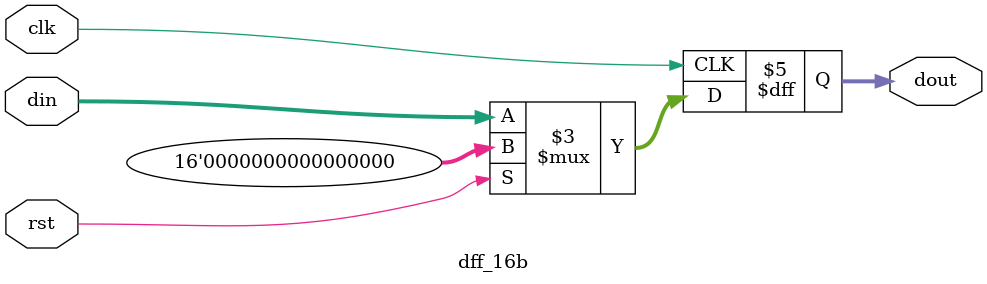
<source format=v>
module dff_16b(dout, din, clk, rst);

  input             clk;
  input             rst;
  input [15:0]      din;
  output reg [15:0] dout;
  
  always @(posedge clk) begin
    if (rst)
      dout <= 0;
    else 
      dout <= din;
    end

endmodule
</source>
